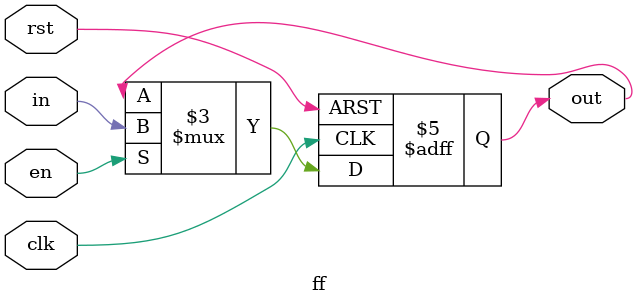
<source format=sv>
module ff
  (
   input logic clk, rst, en, in,
   output logic out   
   );

   always_ff @(posedge clk or posedge rst)
      if (rst) out = 1'b0;
      else if (en) out = in;         
endmodule


</source>
